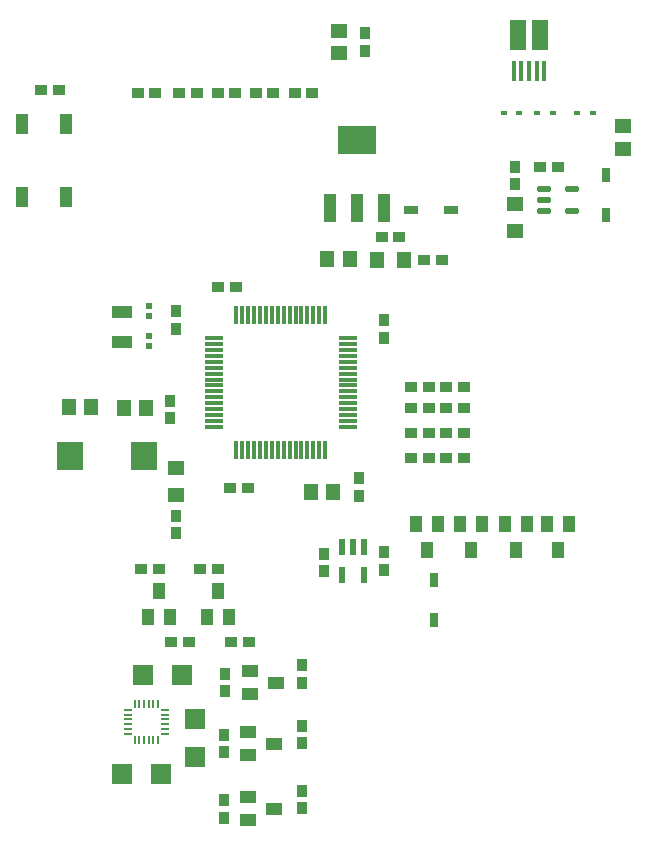
<source format=gtp>
G04*
G04 #@! TF.GenerationSoftware,Altium Limited,Altium Designer,20.2.5 (213)*
G04*
G04 Layer_Color=8421504*
%FSLAX44Y44*%
%MOMM*%
G71*
G04*
G04 #@! TF.SameCoordinates,7F609293-F3D3-463E-BDB0-6FB79B7CE8D8*
G04*
G04*
G04 #@! TF.FilePolarity,Positive*
G04*
G01*
G75*
%ADD20R,1.0000X0.9500*%
%ADD21R,0.9500X1.0000*%
%ADD22R,1.7000X1.7000*%
%ADD23R,1.7000X1.7000*%
G04:AMPARAMS|DCode=24|XSize=0.64mm|YSize=0.22mm|CornerRadius=0.0275mm|HoleSize=0mm|Usage=FLASHONLY|Rotation=90.000|XOffset=0mm|YOffset=0mm|HoleType=Round|Shape=RoundedRectangle|*
%AMROUNDEDRECTD24*
21,1,0.6400,0.1650,0,0,90.0*
21,1,0.5850,0.2200,0,0,90.0*
1,1,0.0550,0.0825,0.2925*
1,1,0.0550,0.0825,-0.2925*
1,1,0.0550,-0.0825,-0.2925*
1,1,0.0550,-0.0825,0.2925*
%
%ADD24ROUNDEDRECTD24*%
G04:AMPARAMS|DCode=25|XSize=0.64mm|YSize=0.22mm|CornerRadius=0.0275mm|HoleSize=0mm|Usage=FLASHONLY|Rotation=180.000|XOffset=0mm|YOffset=0mm|HoleType=Round|Shape=RoundedRectangle|*
%AMROUNDEDRECTD25*
21,1,0.6400,0.1650,0,0,180.0*
21,1,0.5850,0.2200,0,0,180.0*
1,1,0.0550,-0.2925,0.0825*
1,1,0.0550,0.2925,0.0825*
1,1,0.0550,0.2925,-0.0825*
1,1,0.0550,-0.2925,-0.0825*
%
%ADD25ROUNDEDRECTD25*%
%ADD26R,1.0000X1.4000*%
%ADD27R,1.4000X1.0000*%
G04:AMPARAMS|DCode=28|XSize=1.56mm|YSize=0.28mm|CornerRadius=0.07mm|HoleSize=0mm|Usage=FLASHONLY|Rotation=0.000|XOffset=0mm|YOffset=0mm|HoleType=Round|Shape=RoundedRectangle|*
%AMROUNDEDRECTD28*
21,1,1.5600,0.1400,0,0,0.0*
21,1,1.4200,0.2800,0,0,0.0*
1,1,0.1400,0.7100,-0.0700*
1,1,0.1400,-0.7100,-0.0700*
1,1,0.1400,-0.7100,0.0700*
1,1,0.1400,0.7100,0.0700*
%
%ADD28ROUNDEDRECTD28*%
G04:AMPARAMS|DCode=29|XSize=1.56mm|YSize=0.28mm|CornerRadius=0.07mm|HoleSize=0mm|Usage=FLASHONLY|Rotation=270.000|XOffset=0mm|YOffset=0mm|HoleType=Round|Shape=RoundedRectangle|*
%AMROUNDEDRECTD29*
21,1,1.5600,0.1400,0,0,270.0*
21,1,1.4200,0.2800,0,0,270.0*
1,1,0.1400,-0.0700,-0.7100*
1,1,0.1400,-0.0700,0.7100*
1,1,0.1400,0.0700,0.7100*
1,1,0.1400,0.0700,-0.7100*
%
%ADD29ROUNDEDRECTD29*%
%ADD30R,0.7300X1.2100*%
%ADD31R,1.8000X1.0000*%
%ADD32R,1.2000X1.4000*%
%ADD33R,1.2700X1.3970*%
G04:AMPARAMS|DCode=34|XSize=0.59mm|YSize=1.37mm|CornerRadius=0.0443mm|HoleSize=0mm|Usage=FLASHONLY|Rotation=180.000|XOffset=0mm|YOffset=0mm|HoleType=Round|Shape=RoundedRectangle|*
%AMROUNDEDRECTD34*
21,1,0.5900,1.2815,0,0,180.0*
21,1,0.5015,1.3700,0,0,180.0*
1,1,0.0885,-0.2508,0.6408*
1,1,0.0885,0.2508,0.6408*
1,1,0.0885,0.2508,-0.6408*
1,1,0.0885,-0.2508,-0.6408*
%
%ADD34ROUNDEDRECTD34*%
%ADD35R,1.4250X2.5000*%
%ADD36R,0.4000X1.7500*%
%ADD37R,0.4800X0.4000*%
%ADD38R,1.4000X1.2000*%
G04:AMPARAMS|DCode=39|XSize=1.24mm|YSize=0.55mm|CornerRadius=0.1375mm|HoleSize=0mm|Usage=FLASHONLY|Rotation=0.000|XOffset=0mm|YOffset=0mm|HoleType=Round|Shape=RoundedRectangle|*
%AMROUNDEDRECTD39*
21,1,1.2400,0.2750,0,0,0.0*
21,1,0.9650,0.5500,0,0,0.0*
1,1,0.2750,0.4825,-0.1375*
1,1,0.2750,-0.4825,-0.1375*
1,1,0.2750,-0.4825,0.1375*
1,1,0.2750,0.4825,0.1375*
%
%ADD39ROUNDEDRECTD39*%
%ADD40R,1.3970X1.2700*%
%ADD41R,1.2100X0.7300*%
%ADD42R,3.3000X2.4000*%
%ADD43R,1.0000X2.4000*%
%ADD44R,2.2000X2.4000*%
%ADD45R,0.6000X0.5400*%
%ADD46R,1.1000X1.8000*%
D20*
X372481Y356278D02*
D03*
X387481D02*
D03*
X372648Y335073D02*
D03*
X387648D02*
D03*
X179190Y480060D02*
D03*
X194190D02*
D03*
X29450Y646430D02*
D03*
X44450D02*
D03*
X139616Y179070D02*
D03*
X154616D02*
D03*
X190620D02*
D03*
X205620D02*
D03*
X129344Y241300D02*
D03*
X114344D02*
D03*
X178950D02*
D03*
X163950D02*
D03*
X342940Y334823D02*
D03*
X357941D02*
D03*
X342607Y356362D02*
D03*
X357607D02*
D03*
X342900Y377190D02*
D03*
X357900D02*
D03*
X387661Y376982D02*
D03*
X372661D02*
D03*
X342900Y394970D02*
D03*
X357900D02*
D03*
X387662Y394834D02*
D03*
X372662D02*
D03*
X332740Y521970D02*
D03*
X317740D02*
D03*
X353906Y502798D02*
D03*
X368906D02*
D03*
X467240Y581660D02*
D03*
X452240D02*
D03*
X194080Y643890D02*
D03*
X179080D02*
D03*
X244252D02*
D03*
X259252D02*
D03*
X211240D02*
D03*
X226240D02*
D03*
X146170D02*
D03*
X161170D02*
D03*
X111144D02*
D03*
X126144D02*
D03*
X189350Y309880D02*
D03*
X204350D02*
D03*
D21*
X320040Y451880D02*
D03*
Y436880D02*
D03*
X184129Y30419D02*
D03*
Y45419D02*
D03*
Y85528D02*
D03*
Y100528D02*
D03*
X185420Y137280D02*
D03*
Y152280D02*
D03*
X250169Y38243D02*
D03*
Y53243D02*
D03*
Y93148D02*
D03*
Y108148D02*
D03*
Y144562D02*
D03*
Y159562D02*
D03*
X143510Y285939D02*
D03*
Y270939D02*
D03*
X269240Y253880D02*
D03*
Y238880D02*
D03*
X320040Y255150D02*
D03*
Y240150D02*
D03*
X430530Y566540D02*
D03*
Y581540D02*
D03*
X299039Y302938D02*
D03*
Y317938D02*
D03*
X303530Y679570D02*
D03*
Y694570D02*
D03*
X143510Y459500D02*
D03*
Y444500D02*
D03*
X138430Y383540D02*
D03*
Y368540D02*
D03*
D22*
X130810Y67310D02*
D03*
X97810D02*
D03*
X148580Y151130D02*
D03*
X115580D02*
D03*
D23*
X160020Y114290D02*
D03*
Y81290D02*
D03*
D24*
X108650Y96100D02*
D03*
X112650D02*
D03*
X116650D02*
D03*
X120650D02*
D03*
X124650D02*
D03*
X128650D02*
D03*
Y127000D02*
D03*
X124650D02*
D03*
X120650D02*
D03*
X116650D02*
D03*
X112650D02*
D03*
X108650D02*
D03*
D25*
X134100Y101550D02*
D03*
Y105550D02*
D03*
Y109550D02*
D03*
Y113550D02*
D03*
Y117550D02*
D03*
Y121550D02*
D03*
X103200D02*
D03*
Y117550D02*
D03*
Y113550D02*
D03*
Y109550D02*
D03*
Y105550D02*
D03*
Y101550D02*
D03*
D26*
X129465Y222250D02*
D03*
X138965Y200250D02*
D03*
X119965D02*
D03*
X179070Y222250D02*
D03*
X188570Y200250D02*
D03*
X169570D02*
D03*
X467360Y256970D02*
D03*
X457860Y278970D02*
D03*
X476860D02*
D03*
X431646Y256970D02*
D03*
X422146Y278970D02*
D03*
X441146D02*
D03*
X393616Y256970D02*
D03*
X384116Y278970D02*
D03*
X403116D02*
D03*
X356146Y256970D02*
D03*
X346646Y278970D02*
D03*
X365646D02*
D03*
D27*
X228170Y144780D02*
D03*
X206170Y135280D02*
D03*
Y154280D02*
D03*
X226879Y37919D02*
D03*
X204879Y28419D02*
D03*
Y47419D02*
D03*
X226879Y93012D02*
D03*
X204879Y83512D02*
D03*
Y102512D02*
D03*
D28*
X289210Y436280D02*
D03*
Y431280D02*
D03*
Y426280D02*
D03*
Y421280D02*
D03*
Y416280D02*
D03*
Y411280D02*
D03*
Y406280D02*
D03*
Y401280D02*
D03*
Y396280D02*
D03*
Y391280D02*
D03*
Y386280D02*
D03*
Y381280D02*
D03*
Y376280D02*
D03*
Y371280D02*
D03*
Y366280D02*
D03*
Y361280D02*
D03*
X175610D02*
D03*
Y366280D02*
D03*
Y371280D02*
D03*
Y376280D02*
D03*
Y381280D02*
D03*
Y386280D02*
D03*
Y391280D02*
D03*
Y396280D02*
D03*
Y401280D02*
D03*
Y406280D02*
D03*
Y411280D02*
D03*
Y416280D02*
D03*
Y421280D02*
D03*
Y426280D02*
D03*
Y431280D02*
D03*
Y436280D02*
D03*
D29*
X269910Y341980D02*
D03*
X264910D02*
D03*
X259910D02*
D03*
X254910D02*
D03*
X249910D02*
D03*
X244910D02*
D03*
X239910D02*
D03*
X234910D02*
D03*
X229910D02*
D03*
X224910D02*
D03*
X219910D02*
D03*
X214910D02*
D03*
X209910D02*
D03*
X204910D02*
D03*
X199910D02*
D03*
X194910D02*
D03*
Y455580D02*
D03*
X199910D02*
D03*
X204910D02*
D03*
X209910D02*
D03*
X214910D02*
D03*
X219910D02*
D03*
X224910D02*
D03*
X229910D02*
D03*
X234910D02*
D03*
X239910D02*
D03*
X244910D02*
D03*
X249910D02*
D03*
X254910D02*
D03*
X259910D02*
D03*
X264910D02*
D03*
X269910D02*
D03*
D30*
X361950Y231430D02*
D03*
Y197830D02*
D03*
X508000Y574330D02*
D03*
Y540730D02*
D03*
D31*
X97790Y433070D02*
D03*
Y458070D02*
D03*
D32*
X290690Y503540D02*
D03*
X271690D02*
D03*
X52774Y378426D02*
D03*
X71774D02*
D03*
X118676Y377224D02*
D03*
X99676D02*
D03*
X257810Y306070D02*
D03*
X276810D02*
D03*
D33*
X336864Y502798D02*
D03*
X314004D02*
D03*
D34*
X302870Y259400D02*
D03*
X293370D02*
D03*
X283870D02*
D03*
Y235900D02*
D03*
X302870D02*
D03*
D35*
X433025Y693380D02*
D03*
X452275D02*
D03*
D36*
X429650Y662630D02*
D03*
X436150D02*
D03*
X442650D02*
D03*
X449150D02*
D03*
X455650D02*
D03*
D37*
X421140Y627380D02*
D03*
X434340D02*
D03*
X462780D02*
D03*
X449580D02*
D03*
X496508D02*
D03*
X483308D02*
D03*
D38*
X521970Y596900D02*
D03*
Y615900D02*
D03*
X281906Y696526D02*
D03*
Y677526D02*
D03*
D39*
X455590Y562610D02*
D03*
Y553110D02*
D03*
Y543610D02*
D03*
X478790D02*
D03*
Y562610D02*
D03*
D40*
X143510Y326390D02*
D03*
Y303530D02*
D03*
X430530Y527050D02*
D03*
Y549910D02*
D03*
D41*
X376500Y544830D02*
D03*
X342900D02*
D03*
D42*
X297180Y604310D02*
D03*
D43*
X320180Y546310D02*
D03*
X297180D02*
D03*
X274180D02*
D03*
D44*
X116590Y336550D02*
D03*
X53590D02*
D03*
D45*
X120650Y429344D02*
D03*
Y437984D02*
D03*
X120650Y463577D02*
D03*
Y454937D02*
D03*
D46*
X50250Y617740D02*
D03*
Y555740D02*
D03*
X13250Y617740D02*
D03*
Y555740D02*
D03*
M02*

</source>
